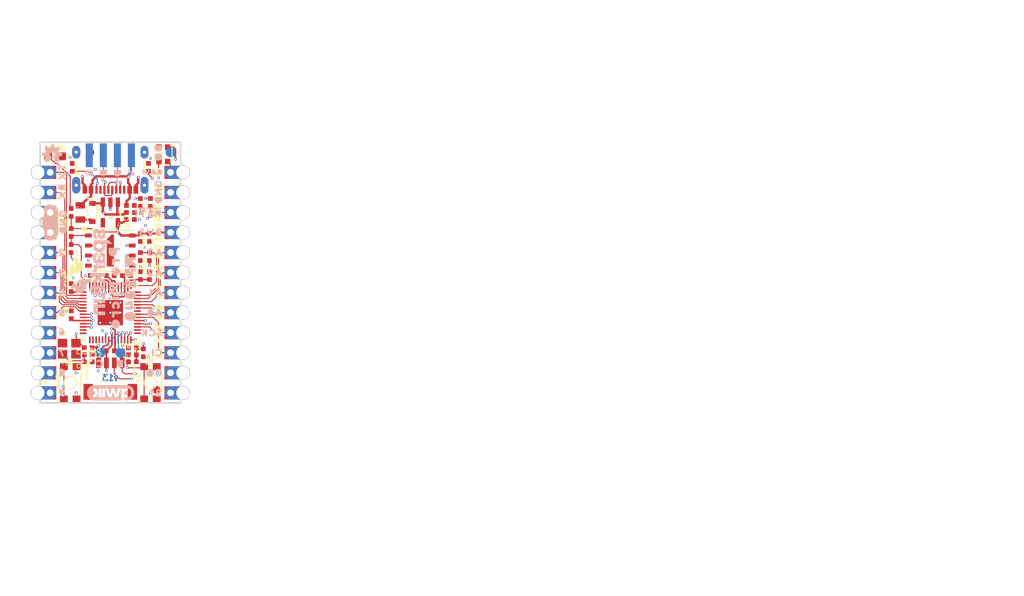
<source format=kicad_pcb>
(kicad_pcb (version 20211014) (generator pcbnew)
  (layers (0 "F.Cu" signal) (1 "In1.Cu" signal) (2 "In2.Cu" signal) (31 "B.Cu" signal) (34 "B.Paste" user) (35 "F.Paste" user) (36 "B.SilkS" user "B.Silkscreen") (37 "F.SilkS" user "F.Silkscreen") (38 "B.Mask" user) (39 "F.Mask" user) (44 "Edge.Cuts" user))
  (net 0 "")
  (net 1 "GND")
  (net 2 "N$38")
  (net 3 "RAW")
  (net 4 "A3")
  (net 5 "A2")
  (net 6 "A1")
  (net 7 "A0")
  (net 8 "1/RX0")
  (net 9 "USB_RAW")
  (net 10 "N$9")
  (net 11 "N$10")
  (net 12 "V_USB")
  (net 13 "3.3V")
  (net 14 "~{RESET}")
  (net 15 "SWDIO")
  (net 16 "SWDCK")
  (net 17 "22/SPI_SCK")
  (net 18 "23/SPI_COPI")
  (net 19 "8/TX1")
  (net 20 "5")
  (net 21 "4")
  (net 22 "9/RX1")
  (net 23 "6")
  (net 24 "7")
  (net 25 "20/SPI_CIPO")
  (net 26 "2")
  (net 27 "3")
  (net 28 "21/SPI_~{CS}")
  (net 29 "17/SCL")
  (net 30 "16/SDA")
  (net 31 "QSPI-CS")
  (net 32 "QSPI-CLK")
  (net 33 "QSPI-0")
  (net 34 "QSPI-3")
  (net 35 "X1A")
  (net 36 "X2")
  (net 37 "X1B")
  (net 38 "RP_D1-")
  (net 39 "RP_D1+")
  (net 40 "1.1V")
  (net 41 "ADC_VDD")
  (net 42 "QSPI-1")
  (net 43 "QSPI-2")
  (net 44 "0/TX0")
  (net 45 "RP_D+")
  (net 46 "RP_D-")
  (net 47 "BOOT")
  (net 48 "25/WS2812-DI")
  (net 49 "N$1")
  (footprint "boardEagle:0402-TIGHT" (layer "F.Cu") (at 143.5481 99.9236 90)
    (fp_text reference "R16")
    (fp_text value "10k")
  )
  (footprint "boardEagle:#RST#1" (layer "F.Cu") (at 154.5111 97.4136 90)
    (fp_text reference "U$68" hide)
    (fp_text value "" hide)
  )
  (footprint "boardEagle:JST04_1MM_RA" (layer "F.Cu") (at 148.5011 116.4336)
    (fp_text reference "J2")
    (fp_text value "Qwiic")
  )
  (footprint "boardEagle:A00" (layer "F.Cu") (at 154.5971 109.9566 90)
    (fp_text reference "U$1" hide)
    (fp_text value "" hide)
  )
  (footprint "boardEagle:QFN-56" (layer "F.Cu") (at 148.5011 110.0836)
    (fp_text reference "U2")
    (fp_text value "RP2040")
  )
  (footprint "boardEagle:SOT23-5" (layer "F.Cu") (at 148.5011 97.3836 180)
    (fp_text reference "U1")
    (fp_text value "3.3V")
  )
  (footprint "boardEagle:0402-TIGHT" (layer "F.Cu") (at 149.5171 114.9096)
    (fp_text reference "C18")
    (fp_text value "0.1uF")
  )
  (footprint "boardEagle:3V30" (layer "F.Cu") (at 154.5971 99.9236 90)
    (fp_text reference "U$69" hide)
    (fp_text value "" hide)
  )
  (footprint "boardEagle:0402-TIGHT" (layer "F.Cu") (at 151.2951 116.3066)
    (fp_text reference "R2")
    (fp_text value "10k")
  )
  (footprint "boardEagle:0402-TIGHT" (layer "F.Cu") (at 143.6751 91.6686 -90)
    (fp_text reference "R1")
    (fp_text value "5.1k")
  )
  (footprint "boardEagle:ORDERING_INSTRUCTIONS" (layer "F.Cu") (at 162.4711 70.7136)
    (fp_text reference "LOGO5" hide)
    (fp_text value "SPECIAL_INSTRUCTIONS-ORDERING" hide)
  )
  (footprint "boardEagle:0805" (layer "F.Cu") (at 144.6911 97.3836 -90)
    (fp_text reference "F1")
    (fp_text value "6V 0.5A")
  )
  (footprint "boardEagle:FIDUCIAL-1X2" (layer "F.Cu") (at 154.3431 119.8626)
    (fp_text reference "JP1" hide)
    (fp_text value "FIDUCIAL1X2" hide)
  )
  (footprint "boardEagle:0402-TIGHT" (layer "F.Cu") (at 153.3271 91.6686 -90)
    (fp_text reference "R3")
    (fp_text value "5.1k")
  )
  (footprint "boardEagle:WS2812-2020" (layer "F.Cu") (at 155.2111 90.0136 90)
    (fp_text reference "U3" hide)
    (fp_text value "WS2812-2020" hide)
  )
  (footprint "boardEagle:#0" (layer "F.Cu") (at 154.7111 92.3136)
    (fp_text reference "U$5" hide)
    (fp_text value "" hide)
  )
  (footprint "boardEagle:CI4" (layer "F.Cu") (at 154.5971 115.1636 90)
    (fp_text reference "U$64" hide)
    (fp_text value "" hide)
  )
  (footprint "boardEagle:20" (layer "F.Cu") (at 142.4051 102.5906 -90)
    (fp_text reference "U$53" hide)
    (fp_text value "" hide)
  )
  (footprint "boardEagle:CREATIVE_COMMONS" (layer "F.Cu") (at 154.8511 145.6436)
    (fp_text reference "FRAME2" hide)
    (fp_text value "FRAME-LEDGER" hide)
  )
  (footprint "boardEagle:0402-TIGHT" (layer "F.Cu") (at 152.6921 115.1636 -90)
    (fp_text reference "C15")
    (fp_text value "0.1uF")
  )
  (footprint "boardEagle:SOD-323" (layer "F.Cu") (at 146.2151 97.3836 -90)
    (fp_text reference "D2")
    (fp_text value "3A/10V/280mV")
  )
  (footprint "boardEagle:0402-TIGHT" (layer "F.Cu") (at 143.5481 110.3376 90)
    (fp_text reference "C9")
    (fp_text value "0.1uF")
  )
  (footprint "boardEagle:A32" (layer "F.Cu") (at 154.5971 102.3366 90)
    (fp_text reference "U$39" hide)
    (fp_text value "" hide)
  )
  (footprint "boardEagle:0402-TIGHT" (layer "F.Cu") (at 145.7071 115.4176)
    (fp_text reference "R10")
    (fp_text value "1k")
  )
  (footprint "boardEagle:TACTILE_SWITCH_SMD_4.6X2.8MM" (layer "F.Cu") (at 153.5811 118.9736 90)
    (fp_text reference "S1")
    (fp_text value "Reset")
  )
  (footprint "boardEagle:B0" (layer "F.Cu") (at 143.4719 116.3574)
    (fp_text reference "U$36" hide)
    (fp_text value "" hide)
  )
  (footprint "boardEagle:64" (layer "F.Cu") (at 142.4051 112.7506 -90)
    (fp_text reference "U$57" hide)
    (fp_text value "" hide)
  )
  (footprint "boardEagle:0402-TIGHT" (layer "F.Cu") (at 151.2951 114.5286)
    (fp_text reference "R5")
    (fp_text value "2.2k")
  )
  (footprint "boardEagle:SCK3" (layer "F.Cu") (at 154.5971 112.6236 90)
    (fp_text reference "U$67" hide)
    (fp_text value "" hide)
  )
  (footprint "boardEagle:0402-TIGHT" (layer "F.Cu") (at 145.7071 114.5286 180)
    (fp_text reference "C13")
    (fp_text value "15pF")
  )
  (footprint "boardEagle:LED-0603" (layer "F.Cu") (at 141.5161 90.2716)
    (fp_text reference "LED1")
    (fp_text value "RED")
  )
  (footprint "boardEagle:1X12_CASTELLATED" (layer "F.Cu") (at 140.8811 120.2436)
    (fp_text reference "J3")
    (fp_text value "")
  )
  (footprint "boardEagle:0402-TIGHT" (layer "F.Cu") (at 151.0411 96.4946 180)
    (fp_text reference "C6")
    (fp_text value "1.0uF")
  )
  (footprint "boardEagle:PWR0" (layer "F.Cu") (at 141.5111 89.2136)
    (fp_text reference "U$73" hide)
    (fp_text value "" hide)
  )
  (footprint "boardEagle:0402-TIGHT" (layer "F.Cu") (at 153.4541 102.9716 -90)
    (fp_text reference "R14")
    (fp_text value "200")
  )
  (footprint "boardEagle:USB-C-16P_4LAYER-PADS" (layer "F.Cu") (at 148.5011 94.8436 180)
    (fp_text reference "J5")
    (fp_text value "USB Female Type C Connector" hide)
  )
  (footprint "boardEagle:0402-TIGHT" (layer "F.Cu") (at 148.5011 105.3846)
    (fp_text reference "C21")
    (fp_text value "2.2uF")
  )
  (footprint "boardEagle:0402-TIGHT" (layer "F.Cu") (at 145.7071 116.3066 180)
    (fp_text reference "C11")
    (fp_text value "15pF")
  )
  (footprint "boardEagle:GND2" (layer "F.Cu") (at 142.4051 98.6536 -90)
    (fp_text reference "U$74" hide)
    (fp_text value "" hide)
  )
  (footprint "boardEagle:0402-TIGHT" (layer "F.Cu") (at 143.5481 106.9086 90)
    (fp_text reference "C16")
    (fp_text value "0.1uF")
  )
  (footprint "boardEagle:0402-TIGHT" (layer "F.Cu") (at 150.5331 105.3846)
    (fp_text reference "C20")
    (fp_text value "2.2uF")
  )
  (footprint "boardEagle:WSON-8-6X5-SKINNY_CENTERPAD" (layer "F.Cu") (at 148.5011 102.2096)
    (fp_text reference "U4")
    (fp_text value "W25QXX128MBIT")
  )
  (footprint "boardEagle:0402-TIGHT" (layer "F.Cu") (at 153.4541 100.5586 -90)
    (fp_text reference "C29")
    (fp_text value "0.1uF")
  )
  (footprint "boardEagle:A21" (layer "F.Cu") (at 154.5971 104.8766 90)
    (fp_text reference "U$33" hide)
    (fp_text value "" hide)
  )
  (footprint "boardEagle:R0" (layer "F.Cu") (at 153.6319 116.1034)
    (fp_text reference "U$37" hide)
    (fp_text value "" hide)
  )
  (footprint "boardEagle:0402-TIGHT" (layer "F.Cu") (at 151.0411 98.2726 180)
    (fp_text reference "C8")
    (fp_text value "10uF")
  )
  (footprint "boardEagle:42" (layer "F.Cu") (at 142.4051 107.6706 -90)
    (fp_text reference "U$55" hide)
    (fp_text value "" hide)
  )
  (footprint "boardEagle:0402-TIGHT" (layer "F.Cu") (at 153.5811 96.1136 -90)
    (fp_text reference "R12")
    (fp_text value "27")
  )
  (footprint "boardEagle:0402-TIGHT" (layer "F.Cu") (at 152.3111 100.5586 -90)
    (fp_text reference "C23")
    (fp_text value "2.2uF")
  )
  (footprint "boardEagle:1X12_CASTELLATED" (layer "F.Cu") (at 156.1211 92.3036 180)
    (fp_text reference "J4")
    (fp_text value "")
  )
  (footprint "boardEagle:0402-TIGHT" (layer "F.Cu") (at 152.3111 102.9716 -90)
    (fp_text reference "C22")
    (fp_text value "2.2uF")
  )
  (footprint "boardEagle:TACTILE_SWITCH_SMD_4.6X2.8MM" (layer "F.Cu") (at 143.4211 118.9736 90)
    (fp_text reference "S2")
    (fp_text value "Boot")
  )
  (footprint "boardEagle:RX1" (layer "F.Cu") (at 142.4051 94.8436 -90)
    (fp_text reference "U$75" hide)
    (fp_text value "" hide)
  )
  (footprint "boardEagle:TX0" (layer "F.Cu") (at 142.4051 92.3036 -90)
    (fp_text reference "U$76" hide)
    (fp_text value "" hide)
  )
  (footprint "boardEagle:GND_0" (layer "F.Cu") (at 154.5971 94.7166 90)
    (fp_text reference "U$2" hide)
    (fp_text value "" hide)
  )
  (footprint "boardEagle:0402-TIGHT" (layer "F.Cu") (at 143.5481 97.3836 -90)
    (fp_text reference "R11")
    (fp_text value "1k")
  )
  (footprint "boardEagle:0402-TIGHT" (layer "F.Cu") (at 146.4691 105.3846 180)
    (fp_text reference "C19")
    (fp_text value "0.1uF")
  )
  (footprint "boardEagle:0402-TIGHT" (layer "F.Cu") (at 151.0411 97.3836 180)
    (fp_text reference "C7")
    (fp_text value "10uF")
  )
  (footprint "boardEagle:0402-TIGHT" (layer "F.Cu") (at 153.4541 105.3846 90)
    (fp_text reference "C17")
    (fp_text value "0.1uF")
  )
  (footprint "boardEagle:A10" (layer "F.Cu") (at 154.5971 107.4166 90)
    (fp_text reference "U$20" hide)
    (fp_text value "" hide)
  )
  (footprint "boardEagle:53" (layer "F.Cu") (at 142.4051 110.2106 -90)
    (fp_text reference "U$56" hide)
    (fp_text value "" hide)
  )
  (footprint "boardEagle:31" (layer "F.Cu") (at 142.4051 105.1306 -90)
    (fp_text reference "U$54" hide)
    (fp_text value "" hide)
  )
  (footprint "boardEagle:SFE_LOGO_FLAME_.1" (layer "F.Cu") (at 144.1831 104.3686)
    (fp_text reference "LOGO4" hide)
    (fp_text value "SFE_LOGO_FLAME.1_INCH" hide)
  )
  (footprint "boardEagle:0402-TIGHT" (layer "F.Cu") (at 152.3111 105.3846 90)
    (fp_text reference "C14")
    (fp_text value "0.1uF")
  )
  (footprint "boardEagle:0402-TIGHT" (layer "F.Cu") (at 152.3111 96.1136 -90)
    (fp_text reference "R13")
    (fp_text value "27")
  )
  (footprint "boardEagle:0402-TIGHT" (layer "F.Cu") (at 151.2951 115.4176)
    (fp_text reference "R7")
    (fp_text value "2.2k")
  )
  (footprint "boardEagle:FIDUCIAL-1X2" (layer "F.Cu") (at 145.9611 89.7636)
    (fp_text reference "JP2" hide)
    (fp_text value "FIDUCIAL1X2" hide)
  )
  (footprint "boardEagle:0402-TIGHT" (layer "F.Cu") (at 143.5481 101.9556 -90)
    (fp_text reference "R15")
    (fp_text value "1k")
  )
  (footprint "boardEagle:0402-TIGHT" (layer "F.Cu") (at 147.4851 114.9096 180)
    (fp_text reference "C12")
    (fp_text value "0.1uF")
  )
  (footprint "boardEagle:CRYSTAL-SMD-2X2.5MM" (layer "F.Cu") (at 143.2941 114.6556 180)
    (fp_text reference "Y1")
    (fp_text value "12MHz")
  )
  (footprint "boardEagle:31" (layer "B.Cu") (at 142.2781 105.0036 180)
    (fp_text reference "U$24" hide)
    (fp_text value "" hide)
  )
  (footprint "boardEagle:A10" (layer "B.Cu") (at 154.2161 107.5436 180)
    (fp_text reference "U$12" hide)
    (fp_text value "" hide)
  )
  (footprint "boardEagle:210" (layer "B.Cu") (at 154.2161 120.2436 180)
    (fp_text reference "U$32" hide)
    (fp_text value "" hide)
  )
  (footprint "boardEagle:TX0" (layer "B.Cu") (at 142.4051 92.3036 -90)
    (fp_text reference "U$19" hide)
    (fp_text value "" hide)
  )
  (footprint "boardEagle:PAD.03X.05" (layer "B.Cu") (at 149.7711 115.1636 180)
    (fp_text reference "TP2" hide)
    (fp_text value "" hide)
  )
  (footprint "boardEagle:81" (layer "B.Cu") (at 142.2781 117.7036 180)
    (fp_text reference "U$7" hide)
    (fp_text value "" hide)
  )
  (footprint "boardEagle:V3" (layer "B.Cu") (at 151.1681 92.5576 -90)
    (fp_text reference "U$31" hide)
    (fp_text value "" hide)
  )
  (footprint "boardEagle:CI4" (layer "B.Cu") (at 154.3431 115.1636 180)
    (fp_text reference "U$9" hide)
    (fp_text value "" hide)
  )
  (footprint "boardEagle:GND2" (layer "B.Cu") (at 142.5321 98.6536 -90)
    (fp_text reference "U$22" hide)
    (fp_text value "" hide)
  )
  (footprint "boardEagle:D1" (layer "B.Cu") (at 149.6441 116.5606 180)
    (fp_text reference "U$35" hide)
    (fp_text value "" hide)
  )
  (footprint "boardEagle:SCK3" (layer "B.Cu") (at 153.7081 112.6236 180)
    (fp_text reference "U$10" hide)
    (fp_text value "" hide)
  )
  (footprint "boardEagle:PAD.03X.05" (layer "B.Cu") (at 156.1211 89.7636 180)
    (fp_text reference "TP3" hide)
    (fp_text value "" hide)
  )
  (footprint "boardEagle:D#1" (layer "B.Cu") (at 147.6121 92.8116 -90)
    (fp_text reference "U$28" hide)
    (fp_text value "" hide)
  )
  (footprint "boardEagle:92" (layer "B.Cu") (at 142.2781 120.2436 180)
    (fp_text reference "U$8" hide)
    (fp_text value "" hide)
  )
  (footprint "boardEagle:SFE_LOGO_NAME_FLAME_.1" (layer "B.Cu") (at 147.2311 105.0036 -90)
    (fp_text reference "LOGO1" hide)
    (fp_text value "SFE_LOGO_NAME_FLAME.1_INCH" hide)
  )
  (footprint "boardEagle:RP20401" (layer "B.Cu") (at 151.0411 107.1626 -90)
    (fp_text reference "U$38" hide)
    (fp_text value "" hide)
  )
  (footprint "boardEagle:20" (layer "B.Cu") (at 142.2781 102.4636 180)
    (fp_text reference "U$23" hide)
    (fp_text value "" hide)
  )
  (footprint "boardEagle:CO5" (layer "B.Cu") (at 153.9621 117.7036 180)
    (fp_text reference "U$66" hide)
    (fp_text value "" hide)
  )
  (footprint "boardEagle:42" (layer "B.Cu") (at 142.2781 107.5436 180)
    (fp_text reference "U$25" hide)
    (fp_text value "" hide)
  )
  (footprint "boardEagle:USB-SOLDER-PADS" (layer "B.Cu") (at 148.5011 90.1446 90)
    (fp_text reference "JP14" hide)
    (fp_text value "USB_SOLDER_PADS" hide)
  )
  (footprint "boardEagle:64" (layer "B.Cu") (at 142.2781 112.4966 180)
    (fp_text reference "U$27" hide)
    (fp_text value "" hide)
  )
  (footprint "boardEagle:OSHW-LOGO-MINI" (layer "B.Cu") (at 141.1351 90.0176 180)
    (fp_text reference "U$3" hide)
    (fp_text value "OSHW-LOGOMINI" hide)
  )
  (footprint "boardEagle:53" (layer "B.Cu") (at 142.2781 110.0836 180)
    (fp_text reference "U$26" hide)
    (fp_text value "" hide)
  )
  (footprint "boardEagle:PRO_MICRO0" (layer "B.Cu") (at 149.0091 107.0356 -90)
    (fp_text reference "U$4" hide)
    (fp_text value "" hide)
  )
  (footprint "boardEagle:#RST#0" (layer "B.Cu") (at 153.4541 97.3836 180)
    (fp_text reference "U$34" hide)
    (fp_text value "" hide)
  )
  (footprint "boardEagle:PAD.03X.05" (layer "B.Cu") (at 147.2311 115.1636 180)
    (fp_text reference "TP1" hide)
    (fp_text value "" hide)
  )
  (footprint "boardEagle:C0" (layer "B.Cu") (at 147.1041 116.5606 180)
    (fp_text reference "U$18" hide)
    (fp_text value "" hide)
  )
  (footprint "boardEagle:D#2" (layer "B.Cu") (at 149.3901 92.8116 -90)
    (fp_text reference "U$29" hide)
    (fp_text value "" hide)
  )
  (footprint "boardEagle:QWIIC_6MM" (layer "B.Cu") (at 148.5011 120.2436 180)
    (fp_text reference "LOGO3" hide)
    (fp_text value "QWIIC_LOGO_6MM" hide)
  )
  (footprint "boardEagle:A00" (layer "B.Cu") (at 154.0891 110.0836 180)
    (fp_text reference "U$11" hide)
    (fp_text value "" hide)
  )
  (footprint "boardEagle:A21" (layer "B.Cu") (at 154.0891 105.0036 180)
    (fp_text reference "U$13" hide)
    (fp_text value "" hide)
  )
  (footprint "boardEagle:RX1" (layer "B.Cu") (at 142.4051 94.8436 -90)
    (fp_text reference "U$21" hide)
    (fp_text value "" hide)
  )
  (footprint "boardEagle:RAW0" (layer "B.Cu") (at 153.7081 92.3036 180)
    (fp_text reference "U$17" hide)
    (fp_text value "" hide)
  )
  (footprint "boardEagle:70" (layer "B.Cu") (at 142.2781 115.1636 180)
    (fp_text reference "U$6" hide)
    (fp_text value "" hide)
  )
  (footprint "boardEagle:GND2" (layer "B.Cu") (at 154.5971 94.8436 -90)
    (fp_text reference "U$15" hide)
    (fp_text value "" hide)
  )
  (footprint "boardEagle:3V3_0" (layer "B.Cu") (at 153.3271 99.9236 180)
    (fp_text reference "U$16" hide)
    (fp_text value "" hide)
  )
  (footprint "boardEagle:DO0" (layer "B.Cu") (at 154.5971 89.8906 -90)
    (fp_text reference "U$40" hide)
    (fp_text value "" hide)
  )
  (footprint "boardEagle:G0" (layer "B.Cu") (at 145.8341 92.4306 -90)
    (fp_text reference "U$30" hide)
    (fp_text value "" hide)
  )
  (footprint "boardEagle:A32" (layer "B.Cu") (at 154.0891 102.4636 180)
    (fp_text reference "U$14" hide)
    (fp_text value "" hide)
  )
  (gr_line (start 140.8811 97.3836) (end 140.8811 99.9236) (layer "B.SilkS") (width 2.032))
  (gr_line (start 140.8811 97.3836) (end 140.8811 99.9236) (layer "F.SilkS") (width 2.032))
  (gr_line (start 139.6111 121.5136) (end 157.3911 121.5136) (layer "Edge.Cuts") (width 0.2032))
  (gr_line (start 157.3911 88.4936) (end 139.6111 88.4936) (layer "Edge.Cuts") (width 0.2032))
  (gr_line (start 139.6111 88.4936) (end 139.6111 121.5136) (layer "Edge.Cuts") (width 0.2032))
  (gr_line (start 157.3911 121.5136) (end 157.3911 88.4936) (layer "Edge.Cuts") (width 0.2032))
  (gr_text "v13" (at 148.5011 118.3386) (layer "B.Cu") (effects (font (size 0.762 0.762) (thickness 0.254)) (justify mirror)))
  (segment (start 144.9813 93.659475) (end 144.9813 92.8478) (width 0.3048) (layer "F.Cu") (net 1))
  (segment (start 145.2761 93.954275) (end 144.9813 93.659475) (width 0.3048) (layer "F.Cu") (net 1))
  (segment (start 145.2761 94.5036) (end 145.2761 93.954275) (width 0.3048) (layer "F.Cu") (net 1))
  (segment (start 151.7261 93.954275) (end 152.0209 93.659475) (width 0.3048) (layer "F.Cu") (net 1))
  (segment (start 146.2071 114.5286) (end 146.7231 114.5286) (width 0.3048) (layer "F.Cu") (net 1))
  (segment (start 152.0209 92.9748) (end 152.0571 92.9386) (width 0.3048) (layer "F.Cu") (net 1))
  (segment (start 148.5011 96.0835) (end 148.5011 97.0026) (width 0.3048) (layer "F.Cu") (net 1))
  (segment (start 146.7231 114.5286) (end 146.9771 114.2746) (width 0.3048) (layer "F.Cu") (net 1))
  (segment (start 151.7261 94.5036) (end 151.7261 93.954275) (width 0.3048) (layer "F.Cu") (net 1))
  (segment (start 144.9813 92.8478) (end 144.9451 92.8116) (width 0.3048) (layer "F.Cu") (net 1))
  (segment (start 152.0209 93.659475) (end 152.0209 92.9748) (width 0.3048) (layer "F.Cu") (net 1))
  (via (at 145.7071 103.4796) (size 0.3524) (drill 0.2) (layers "F.Cu" "B.Cu") (net 1))
  (via (at 153.5811 120.2436) (size 0.3524) (drill 0.2) (layers "F.Cu" "B.Cu") (net 1))
  (via (at 154.4701 117.7036) (size 0.3524) (drill 0.2) (layers "F.Cu" "B.Cu") (net 1))
  (via (at 152.0571 92.9386) (size 0.3524) (drill 0.2) (layers "F.Cu" "B.Cu") (net 1))
  (via (at 146.9771 117.4496) (size 0.3524) (drill 0.2) (layers "F.Cu" "B.Cu") (net 1))
  (via (at 148.5011 111.3536) (size 0.3524) (drill 0.2) (layers "F.Cu" "B.Cu") (net 1))
  (via (at 144.1831 117.7036) (size 0.3524) (drill 0.2) (layers "F.Cu" "B.Cu") (net 1))
  (via (at 152.9461 101.8286) (size 0.3524) (drill 0.2) (layers "F.Cu" "B.Cu") (net 1))
  (via (at 147.4851 112.3696) (size 0.3524) (drill 0.2) (layers "F.Cu" "B.Cu") (net 1))
  (via (at 153.5811 90.5256) (size 0.3524) (drill 0.2) (layers "F.Cu" "B.Cu") (net 1))
  (via (at 152.1841 98.2726) (size 0.3524) (drill 0.2) (layers "F.Cu" "B.Cu") (net 1))
  (via (at 147.2311 111.3536) (size 0.3524) (drill 0.2) (layers "F.Cu" "B.Cu") (net 1))
  (via (at 150.0251 114.2746) (size 0.3524) (drill 0.2) (layers "F.Cu" "B.Cu") (net 1))
  (via (at 147.2311 110.0836) (size 0.3524) (drill 0.2) (layers "F.Cu" "B.Cu") (net 1))
  (via (at 144.1831 120.2436) (size 0.3524) (drill 0.2) (layers "F.Cu" "B.Cu") (net 1))
  (via (at 146.5961 91.9226) (size 0.3524) (drill 0.2) (layers "F.Cu" "B.Cu") (net 1))
  (via (at 152.3111 104.2416) (size 0.3524) (drill 0.2) (layers "F.Cu" "B.Cu") (net 1))
  (via (at 144.9451 92.8116) (size 0.3524) (drill 0.2) (layers "F.Cu" "B.Cu") (net 1))
  (via (at 153.3271 115.6716) (size 0.3524) (drill 0.2) (layers "F.Cu" "B.Cu") (net 1))
  (via (at 148.5011 97.0026) (size 0.3524) (drill 0.2) (layers "F.Cu" "B.Cu") (net 1))
  (via (at 143.8021 105.6386) (size 0.3524) (drill 0.2) (layers "F.Cu" "B.Cu") (net 1))
  (via (at 148.5011 110.0836) (size 0.3524) (drill 0.2) (layers "F.Cu" "B.Cu") (net 1))
  (via (at 147.2311 108.8136) (size 0.3524) (drill 0.2) (layers "F.Cu" "B.Cu") (net 1))
  (via (at 148.5011 108.8136) (size 0.3524) (drill 0.2) (layers "F.Cu" "B.Cu") (net 1))
  (via (at 145.3261 105.3846) (size 0.3524) (drill 0.2) (layers "F.Cu" "B.Cu") (net 1))
  (via (at 149.7711 110.0836) (size 0.3524) (drill 0.2) (layers "F.Cu" "B.Cu") (net 1))
  (via (at 149.0091 104.6226) (size 0.3524) (drill 0.2) (layers "F.Cu" "B.Cu") (net 1))
  (via (at 151.0411 104.7496) (size 0.3524) (drill 0.2) (layers "F.Cu" "B.Cu") (net 1))
  (via (at 152.9461 99.0346) (size 0.3524) (drill 0.2) (layers "F.Cu" "B.Cu") (net 1))
  (via (at 146.9771 114.2746) (size 0.3524) (drill 0.2) (layers "F.Cu" "B.Cu") (net 1))
  (via (at 142.9131 109.8296) (size 0.3524) (drill 0.2) (layers "F.Cu" "B.Cu") (net 1))
  (via (at 149.7711 108.8136) (size 0.3524) (drill 0.2) (layers "F.Cu" "B.Cu") (net 1))
  (via (at 143.4211 90.3986) (size 0.3524) (drill 0.2) (layers "F.Cu" "B.Cu") (net 1))
  (segment (start 140.6391 90.2716) (end 141.5281 91.1606) (width 0.127) (layer "F.Cu") (net 2))
  (segment (start 141.7701 91.1606) (end 143.4211 92.8116) (width 0.127) (layer "F.Cu") (net 2))
  (segment (start 141.5281 91.1606) (end 141.7701 91.1606) (width 0.127) (layer "F.Cu") (net 2))
  (segment (start 143.5481 96.8836) (end 143.4211 96.7566) (width 0.127) (layer "F.Cu") (net 2))
  (segment (start 143.4211 92.8116) (end 143.4211 96.7566) (width 0.127) (layer "F.Cu") (net 2))
  (segment (start 149.4511 96.0835) (end 149.3901 96.1445) (width 0.3048) (layer "F.Cu") (net 3))
  (segment (start 150.5411 97.3836) (end 150.4141 97.3836) (width 0.3048) (layer "F.Cu") (net 3))
  (segment (start 147.401 96.2336) (end 147.5511 96.0835) (width 0.3048) (layer "F.Cu") (net 3))
  (segment (start 149.3901 96.1445) (end 149.3901 97.6376) (width 0.3048) (layer "F.Cu") (net 3))
  (segment (start 150.4141 97.3836) (end 150.1601 97.6376) (width 0.3048) (layer "F.Cu") (net 3))
  (segment (start 156.1211 91.2886) (end 156.1211 92.3036) (width 0.127) (layer "F.Cu") (net 3))
  (segment (start 157.6911 92.3036) (end 156.1211 92.3036) (width 0.127) (layer "F.Cu") (net 3))
  (segment (start 150.1601 97.6376) (end 149.3901 97.6376) (width 0.3048) (layer "F.Cu") (net 3))
  (segment (start 147.6756 97.4471) (end 147.5511 97.3226) (width 0.3048) (layer "F.Cu") (net 3))
  (segment (start 155.7611 90.9286) (end 156.1211 91.2886) (width 0.127) (layer "F.Cu") (net 3))
  (segment (start 147.5511 97.3226) (end 147.5511 96.0835) (width 0.3048) (layer "F.Cu") (net 3))
  (segment (start 147.8661 97.6376) (end 147.6756 97.4471) (width 0.3048) (layer "F.Cu") (net 3))
  (segment (start 146.2151 96.2336) (end 147.401 96.2336) (width 0.3048) (layer "F.Cu") (net 3))
  (segment (start 149.3901 97.6376) (end 147.8661 97.6376) (width 0.3048) (layer "F.Cu") (net 3))
  (via (at 147.6756 97.4471) (size 0.3524) (drill 0.2) (layers "F.Cu" "B.Cu") (net 3))
  (segment (start 153.3681 107.8836) (end 154.5971 106.6546) (width 0.127) (layer "F.Cu") (net 4))
  (segment (start 155.1051 102.4636) (end 156.1211 102.4636) (width 0.127) (layer "F.Cu") (net 4))
  (segment (start 154.5971 102.9716) (end 155.1051 102.4636) (width 0.127) (layer "F.Cu") (net 4))
  (segment (start 151.9376 107.8836) (end 153.3681 107.8836) (width 0.127) (layer "F.Cu") (net 4))
  (segment (start 157.6911 102.4636) (end 156.1211 102.4636) (width 0.127) (layer "F.Cu") (net 4))
  (segment (start 154.5971 106.6546) (end 154.5971 102.9716) (width 0.127) (layer "F.Cu") (net 4))
  (segment (start 155.2321 105.0036) (end 156.1211 105.0036) (width 0.127) (layer "F.Cu") (net 5))
  (segment (start 157.6911 105.0036) (end 156.1211 105.0036) (width 0.127) (layer "F.Cu") (net 5))
  (segment (start 154.8257 106.749294) (end 154.8257 105.41) (width 0.127) (layer "F.Cu") (net 5))
  (segment (start 154.8257 105.41) (end 155.2321 105.0036) (width 0.127) (layer "F.Cu") (net 5))
  (segment (start 153.291393 108.2836) (end 154.8257 106.749294) (width 0.127) (layer "F.Cu") (net 5))
  (segment (start 151.9376 108.2836) (end 153.291393 108.2836) (width 0.127) (layer "F.Cu") (net 5))
  (segment (start 151.9376 108.6836) (end 153.7111 108.6836) (width 0.127) (layer "F.Cu") (net 6))
  (segment (start 154.8511 107.5436) (end 156.1211 107.5436) (width 0.127) (layer "F.Cu") (net 6))
  (segment (start 153.7111 108.6836) (end 154.8511 107.5436) (width 0.127) (layer "F.Cu") (net 6))
  (segment (start 157.6911 107.5436) (end 156.1211 107.5436) (width 0.127) (layer "F.Cu") (net 6))
  (segment (start 153.8511 109.0836) (end 154.8511 110.0836) (width 0.127) (layer "F.Cu") (net 7))
  (segment (start 151.9376 109.0836) (end 153.8511 109.0836) (width 0.127) (layer "F.Cu") (net 7))
  (segment (start 154.8511 110.0836) (end 156.1211 110.0836) (width 0.127) (layer "F.Cu") (net 7))
  (segment (start 157.6911 110.0836) (end 156.1211 110.0836) (width 0.127) (layer "F.Cu") (net 7))
  (segment (start 142.7274 95.4199) (end 142.1511 94.8436) (width 0.127) (layer "F.Cu") (net 8))
  (segment (start 142.1511 94.8436) (end 140.8811 94.8436) (width 0.127) (layer "F.Cu") (net 8))
  (segment (start 143.139318 108.2836) (end 142.7274 107.871682) (width 0.127) (layer "F.Cu") (net 8))
  (segment (start 142.7274 107.871682) (end 142.7274 95.4199) (width 0.127) (layer "F.Cu") (net 8))
  (segment (start 145.0646 108.2836) (end 143.139318 108.2836) (width 0.127) (layer "F.Cu") (net 8))
  (segment (start 145.9651 98.2836) (end 146.2151 98.5336) (width 0.3048) (layer "F.Cu") (net 9))
  (segment (start 144.6911 98.2836) (end 145.9651 98.2836) (width 0.3048) (layer "F.Cu") (net 9))
  (segment (start 149.7511 93.5936) (end 149.7711 93.5736) (width 0.127) (layer "F.Cu") (net 10))
  (segment (start 149.7511 94.5036) (end 149.7511 93.5936) (width 0.127) (layer "F.Cu") (net 10))
  (segment (start 153.3271 92.5576) (end 153.3271 92.1686) (width 0.127) (layer "F.Cu") (net 10))
  (segment (start 153.8351 93.0656) (end 153.3271 92.5576) (width 0.127) (layer "F.Cu") (net 10))
  (via (at 153.8351 93.0656) (size 0.3524) (drill 0.2) (layers "F.Cu" "B.Cu") (net 10))
  (via (at 149.7711 93.5736) (size 0.3524) (drill 0.2) (layers "F.Cu" "B.Cu") (net 10))
  (segment (start 146.7511 94.5036) (end 146.7511 93.7996) (width 0.127) (layer "F.Cu") (net 11))
  (segment (start 143.6751 92.1686) (end 145.8261 92.1686) (width 0.127) (layer "F.Cu") (net 11))
  (segment (start 146.7511 93.7996) (end 146.8501 93.7006) (width 0.127) (layer "F.Cu") (net 11))
  (segment (start 145.8261 92.1686) (end 145.8341 92.1766) (width 0.127) (layer "F.Cu") (net 11))
  (via (at 145.8341 92.1766) (size 0.3524) (drill 0.2) (layers "F.Cu" "B.Cu") (net 11))
  (via (at 146.8501 93.7006) (size 0.3524) (drill 0.2) (layers "F.Cu" "B.Cu") (net 11))
  (segment (start 146.8501 93.1926) (end 145.8341 92.1766) (width 0.127) (layer "B.Cu") (net 11))
  (segment (start 146.8501 93.7006) (end 146.8501 93.1926) (width 0.127) (layer "B.Cu") (net 11))
  (segment (start 146.0511 94.5036) (end 146.0511 95.3714) (width 0.3048) (layer "F.Cu") (net 12))
  (segment (start 145.663325 95.5884) (end 144.768125 96.4836) (width 0.3048) (layer "F.Cu") (net 12))
  (segment (start 146.7231 92.8116) (end 146.2409 93.2938) (width 0.3048) (layer "F.Cu") (net 12))
  (segment (start 146.2409 93.659475) (end 146.0511 93.849275) (width 0.3048) (layer "F.Cu") (net 12))
  (segment (start 150.9511 95.5686) (end 150.9511 94.5036) (width 0.3048) (layer "F.Cu") (net 12))
  (segment (start 150.9511 94.5036) (end 150.9511 93.849275) (width 0.3048) (layer "F.Cu") (net 12))
  (segment (start 150.6601 92.8116) (end 146.7231 92.8116) (width 0.3048) (layer "F.Cu") (net 12))
  (segment (start 150.5411 95.9786) (end 150.9511 95.5686) (width 0.3048) (layer "F.Cu") (net 12))
  (segment (start 146.2409 93.2938) (end 146.2409 93.659475) (width 0.3048) (layer "F.Cu") (net 12))
  (segment (start 150.5411 96.4946) (end 150.5411 95.9786) (width 0.3048) (layer "F.Cu") (net 12))
  (segment (start 150.7613 92.9128) (end 150.6601 92.8116) (width 0.3048) (layer "F.Cu") (net 12))
  (segment (start 150.9511 93.849275) (end 150.7613 93.659475) (width 0.3048) (layer "F.Cu") (net 12))
  (segment (start 150.7613 93.659475) (end 150.7613 92.9128) (width 0.3048) (layer "F.Cu") (net 12))
  (segment (start 146.0511 93.849275) (end 146.0511 94.5036) (width 0.3048) (layer "F.Cu") (net 12))
  (segment (start 145.8341 95.5884) (end 145.663325 95.5884) (width 0.3048) (layer "F.Cu") (net 12))
  (segment (start 144.768125 96.4836) (end 144.6911 96.4836) (width 0.3048) (layer "F.Cu") (net 12))
  (segment (start 146.0511 95.3714) (end 145.8341 95.5884) (width 0.3048) (layer "F.Cu") (net 12))
  (via (at 150.7613 92.9128) (size 0.3524) (drill 0.2) (layers "F.Cu" "B.Cu") (net 12))
  (segment (start 151.1046 92.308119) (end 150.7613 92.651419) (width 0.3048) (layer "B.Cu") (net 12))
  (segment (start 151.1046 90.2081) (end 151.1046 92.308119) (width 0.3048) (layer "B.Cu") (net 12))
  (segment (start 151.1681 90.1446) (end 151.1046 90.2081) (width 0.3048) (layer "B.Cu") (net 12))
  (segment (start 150.7613 92.651419) (end 150.7613 92.9128) (width 0.3048) (layer "B.Cu") (net 12))
  (segment (start 149.1011 106.6471) (end 149.1011 106.1466) (width 0.2032) (layer "F.Cu") (net 13))
  (segment (start 153.4541 105.8846) (end 152.3111 105.8846) (width 0.2032) (layer "F.Cu") (net 13))
  (segment (start 148.7011 113.5201) (end 148.7011 114.1936) (width 0.2032) (layer "F.Cu") (net 13))
  (segment (start 143.5481 97.8836) (end 143.5481 99.4236) (width 0.127) (layer "F.Cu") (net 13))
  (segment (start 144.4371 106.2736) (end 144.4371 107.4836) (width 0.2032) (layer "F.Cu") (net 13))
  (segment (start 148.0011 117.4416) (end 147.9931 117.4496) (width 0.127) (layer "F.Cu") (net 13))
  (segment (start 148.7011 106.6471) (end 148.7011 106.045088) (width 0.2032) (layer "F.Cu") (net 13))
  (segment (start 152.6921 114.6636) (end 152.6921 114.0206) (width 0.2032) (layer "F.Cu") (net 13))
  (segment (start 151.9301 114.6636) (end 152.6921 114.6636) (width 0.2032) (layer "F.Cu") (net 13))
  (segment (start 146.311156 111.0836) (end 146.322156 111.0726) (width 0.127) (layer "F.Cu") (net 13))
  (segment (start 151.9376 107.4836) (end 150.8471 107.4836) (width 0.2032) (layer "F.Cu") (net 13))
  (segment (start 150.4972 98.2726) (end 150.0861 98.6837) (width 0.3048) (layer "F.Cu") (net 13))
  (segment (start 143.6231 107.4836) (end 143.5481 107.4086) (width 0.127) (layer "F.Cu") (net 13))
  (segment (start 148.999587 106.045088) (end 148.7011 106.045088) (width 0.2032) (layer "F.Cu") (net 13))
  (segment (start 151.9376 111.0836) (end 152.9301 111.0836) (width 0.2032) (layer "F.Cu") (net 13))
  (segment (start 151.7951 115.4176) (end 151.7951 116.3066) (width 0.2032) (layer "F.Cu") (net 13))
  (segment (start 144.4371 107.4836) (end 143.6231 107.4836) (width 0.2032) (layer "F.Cu") (net 13))
  (segment (start 145.0646 111.0836) (end 146.311156 111.0836) (width 0.2032) (layer "F.Cu") (net 13))
  (segment (start 150.7011 106.172544) (end 150.7011 106.6471) (width 0.2032) (layer "F.Cu") (net 13))
  (segment (start 157.6911 99.9236) (end 156.1211 99.9236) (width 0.127) (layer "F.Cu") (net 13))
  (segment (start 145.0646 107.4836) (end 144.4371 107.4836) (width 0.2032) (layer "F.Cu") (net 13))
  (segment (start 151.7951 114.5286) (end 151.9301 114.6636) (width 0.127) (layer "F.Cu") (net 13))
  (segment (start 151.7951 115.4176) (end 151.7951 114.5286) (width 0.2032) (layer "F.Cu") (net 13))
  (segment (start 150.7011 106.6471) (end 150.7011 107.4576) (width 0.2032) (layer "F.Cu") (net 13))
  (segment (start 146.0961 99.4236) (end 146.5301 99.8576) (width 0.127) (layer "F.Cu") (net 13))
  (segment (start 145.0646 111.0836) (end 143.7941 111.0836) (width 0.2032) (layer "F.Cu") (net 13))
  (segment (start 148.7011 112.6966) (end 148.6281 112.6236) (width 0.2032) (layer "F.Cu") (net 13))
  (segment (start 143.5481 99.4236) (end 146.0961 99.4236) (width 0.127) (layer "F.Cu") (net 13))
  (segment (start 151.2761 100.3046) (end 152.0651 100.3046) (width 0.254) (layer "F.Cu") (net 13))
  (segment (start 150.4972 98.2726) (end 150.5411 98.2726) (width 0.127) (layer "F.Cu") (net 13))
  (segment (start 149.8981 100.3046) (end 149.4511 99.8576) (width 0.3048) (layer "F.Cu") (net 13))
  (segment (start 149.4511 98.6837) (end 150.0861 98.6837) (width 0.3048) (layer "F.Cu") (net 13))
  (segment (start 148.7011 114.1936) (end 147.9851 114.9096) (width 0.2032) (layer "F.Cu") (net 13))
  (segment (start 151.2761 100.3046) (end 149.8981 100.3046) (width 0.3048) (layer "F.Cu") (net 13))
  (segment (start 148.040612 105.3846) (end 148.0011 105.3846) (width 0.127) (layer "F.Cu") (net 13))
  (segment (start 152.3111 100.0586) (end 153.4541 100.0586) (width 0.254) (layer "F.Cu") (net 13))
  (segment (start 148.7011 106.045088) (end 148.040612 105.3846) (width 0.2032) (layer "F.Cu") (net 13))
  (segment (start 148.7011 113.5201) (end 148.7011 112.6966) (width 0.2032) (layer "F.Cu") (net 13))
  (segment (start 151.655487 105.9767) (end 151.747587 105.8846) (width 0.2032) (layer "F.Cu") (net 13))
  (segment (start 150.896943 105.9767) (end 151.655487 105.9767) (width 0.2032) (layer "F.Cu") (net 13))
  (segment (start 153.4541 103.4716) (end 153.4541 104.1146) (width 0.2032) (layer "F.Cu") (net 13))
  (segment (start 150.7011 106.172544) (end 150.896943 105.9767) (width 0.2032) (layer "F.Cu") (net 13))
  (segment (start 149.1011 106.1466) (end 148.999587 106.045088) (width 0.2032) (layer "F.Cu") (net 13))
  (segment (start 151.747587 105.8846) (end 152.3111 105.8846) (width 0.2032) (layer "F.Cu") (net 13))
  (segment (start 154.4621 100.0586) (end 154.5971 99.9236) (width 0.254) (layer "F.Cu") (net 13))
  (segment (start 152.9301 111.0836) (end 152.9461 111.0996) (width 0.2032) (layer "F.Cu") (net 13))
  (segment (start 150.8471 107.4836) (end 150.7871 107.5436) (width 0.2032) (layer "F.Cu") (net 13))
  (segment (start 143.7941 111.0836) (end 143.5481 110.8376) (width 0.2032) (layer "F.Cu") (net 13))
  (segment (start 148.0011 116.4336) (end 147.9851 116.4176) (width 0.127) (layer "F.Cu") (net 13))
  (segment (start 149.1011 106.6471) (end 149.1011 107.6326) (width 0.2032) (layer "F.Cu") (net 13))
  (segment (start 147.9851 116.4176) (end 147.9851 114.9096) (width 0.2032) (layer "F.Cu") (net 13))
  (segment (start 146.5301 99.8576) (end 149.4511 99.8576) (width 0.127) (layer "F.Cu") (net 13))
  (segment (start 152.0651 100.3046) (end 152.3111 100.0586) (width 0.254) (layer "F.Cu") (net 13))
  (segment (start 154.5971 99.9236) (end 156.1211 99.9236) (width 0.254) (layer "F.Cu") (net 13))
  (segment (start 153.4541 100.0586) (end 154.4621 100.0586) (width 0.254) (layer "F.Cu") (net 13))
  (segment (start 148.0011 116.4336) (end 148.0011 117.4416) (width 0.2032) (layer "F.Cu") (net 13))
  (segment (start 150.7011 107.4576) (end 150.7871 107.5436) (width 0.2032) (layer "F.Cu") (net 13))
  (segment (start 149.1011 107.6326) (end 149.0631 107.6706) (width 0.2032) (layer "F.Cu") (net 13))
  (segment (start 149.4511 98.6837) (end 149.4511 99.8576) (width 0.3048) (layer "F.Cu") (net 13))
  (via (at 152.6921 114.0206) (size 0.3524) (drill 0.2) (layers "F.Cu" "B.Cu") (net 13))
  (via (at 153.4541 104.1146) (size 0.3524) (drill 0.2) (layers "F.Cu" "B.Cu") (net 13))
  (via (at 149.0631 107.6706) (size 0.3524) (drill 0.2) (layers "F.Cu" "B.Cu") (net 13))
  (via (at 146.322156 111.0726) (size 0.3524) (drill 0.2) (layers "F.Cu" "B.Cu") (net 13))
  (via (at 144.4371 106.2736) (size 0.3524) (drill 0.2) (layers "F.Cu" "B.Cu") (net 13))
  (via (at 147.9931 117.4496) (size 0.3524) (drill 0.2) (layers "F.Cu" "B.Cu") (net 13))
  (via (at 149.4511 99.8576) (size 0.3524) (drill 0.2) (layers "F.Cu" "B.Cu") (net 13))
  (via (at 148.6281 112.6236) (size 0.3524) (drill 0.2) (layers "F.Cu" "B.Cu") (net 13))
  (via (at 150.7871 107.5436) (size 0.3524) (drill 0.2) (layers "F.Cu" "B.Cu") (net 13))
  (via (at 152.9461 111.0996) (size 0.3524) (drill 0.2) (layers "F.Cu" "B.Cu") (net 13))
  (segment (start 154.317775 97.3836) (end 156.1211 97.3836) (width 0.127) (layer "F.Cu") (net 14))
  (segment (start 152.7811 116.9236) (end 152.7811 121.0236) (width 0.127) (layer "F.Cu") (net 14))
  (segment (start 152.6361 117.0686) (end 150.6601 117.0686) (width 0.127) (layer "F.Cu") (net 14))
  (segment (start 153.2001 98.1456) (end 153.3668 97.9789) (width 0.127) (layer "F.Cu") (net 14))
  (segment (start 150.6601 116.4416) (end 150.7951 116.3066) (width 0.127) (layer "F.Cu") (net 14))
  (segment (start 150.6601 117.0686) (end 150.6601 116.4416) (width 0.127) (layer "F.Cu") (net 14))
  (segment (start 152.7811 116.9236) (end 152.6361 117.0686) (width 0.127) (layer "F.Cu") (net 14))
  (segment (start 150.3011 112.8556) (end 150.5331 112.6236) (width 0.127) (layer "F.Cu") (net 14))
  (segment (start 153.722475 97.9789) (end 154.317775 97.3836) (width 0.127) (layer "F.Cu") (net 14))
  (segment (start 153.3668 97.9789) (end 153.722475 97.9789) (width 0.127) (layer "F.Cu") (net 14))
  (segment (start 150.3011 113.5201) (end 150.3011 112.8556) (width 0.127) (layer "F.Cu") (net 14))
  (segment (start 157.6911 97.3836) (end 156.1211 97.3836) (width 0.127) (layer "F.Cu") (net 14))
  (via (at 153.2001 98.1456) (size 0.3524) (drill 0.2) (layers "F.Cu" "B.Cu") (net 14))
  (via (at 150.6601 117.0686) (size 0.3524) (drill 0.2) (layers "F.Cu" "B.Cu") (net 14))
  (via (at 150.5331 112.6236) (size 0.3524) (drill 0.2) (layers "F.Cu" "B.Cu") (net 14))
  (segment (start 149.9011 113.5201) (end 149.9011 112.7476) (width 0.127) (layer "F.Cu") (net 15))
  (segment (start 149.9011 112.7476) (end 150.0251 112.6236) (width 0.127) (layer "F.Cu") (net 15))
  (via (at 150.0251 112.6236) (size 0.3524) (drill 0.2) (layers "F.Cu" "B.Cu") (net 15))
  (segment (start 149.5171 114.6556) (end 149.5171 113.1316) (width 0.127) (layer "B.Cu") (net 15))
  (segment (start 150.0251 112.6236) (end 149.5171 113.1316) (width 0.127) (layer "B.Cu") (net 15))
  (segment (start 149.7711 115.1636) (end 149.7711 114.9096) (width 0.127) (layer "B.Cu") (net 15))
  (segment (start 149.7711 114.9096) (end 149.5171 114.6556) (width 0.127) (layer "B.Cu") (net 15))
  (segment (start 149.5011 113.5201) (end 149.5011 112.6396) (width 0.127) (layer "F.Cu") (net 16))
  (segment (start 149.5011 112.6396) (end 149.5171 112.6236) (width 0.127) (layer "F.Cu") (net 16))
  (via (at 149.5171 112.6236) (size 0.3524) (drill 0.2) (layers "F.Cu" "B.Cu") (net 16))
  (segment (start 147.2311 115.1636) (end 147.2311 114.9096) (width 0.127) (layer "B.Cu") (net 16))
  (segment (start 147.2311 114.9096) (end 149.5171 112.6236) (width 0.127) (layer "B.Cu") (net 16))
  (segment (start 153.9256 110.6821) (end 154.5971 111.3536) (width 0.127) (layer "F.Cu") (net 17))
  (segment (start 154.5971 112.1156) (end 155.1051 112.6236) (width 0.127) (layer "F.Cu") (net 17))
  (segment (start 152.646162 110.6821) (end 153.9256 110.6821) (width 0.127) (layer "F.Cu") (net 17))
  (segment (start 152.644662 110.6836) (end 152.646162 110.6821) (width 0.127) (layer "F.Cu") (net 17))
  (segment (start 151.9376 110.6836) (end 152.644662 110.6836) (width 0.127) (layer "F.Cu") (net 17))
  (segment (start 154.5971 111.3536) (end 154.5971 112.1156) (width 0.127) (layer "F.Cu") (net 17))
  (segment (start 155.1051 112.6236) (end 156.1211 112.6236) (width 0.127) (layer "F.Cu") (net 17))
  (segment (start 157.6911 112.6236) (end 156.1211 112.6236) (width 0.127) (layer "F.Cu") (net 17))
  (segment (start 151.9376 110.2836) (end 154.0161 110.2836) (width 0.127) (layer "F.Cu") (net 18))
  (segment (start 154.0161 110.2836) (end 154.0891 110.2106) (width 0.127) (layer "F.Cu") (net 18))
  (segment (start 157.6911 117.7036) (end 156.1211 117.7036) (width 0.127) (layer "F.Cu") (net 18))
  (via (at 154.0891 110.2106) (size 0.3524) (drill 0.2) (layers "F.Cu" "B.Cu") (net 18))
  (segment (start 146.0851 111.4836) (end 146.0881 111.4806) (width 0.127) (layer "F.Cu") (net 19))
  (segment (start 145.0646 111.4836) (end 146.0851 111.4836) (width 0.127) (layer "F.Cu") (net 19))
  (segment (start 139.3111 117.7036) (end 140.8811 117.7036) (width 0.127) (layer "F.Cu") (net 19))
  (via (at 146.0881 111.4806) (size 0.3524) (drill 0.2) (layers "F.Cu" "B.Cu") (net 19))
  (segment (start 144.590043 109.8836) (end 144.028043 109.3216) (width 0.127) (layer "F.Cu") (net 20))
  (segment (start 141.7701 110.0836) (end 140.8811 110.0836) (width 0.127) (layer "F.Cu") (net 20))
  (segment (start 142.5321 109.3216) (end 141.7701 110.0836) (width 0.127) (layer "F.Cu") (net 20))
  (segment (start 144.028043 109.3216) (end 142.5321 109.3216) (width 0.127) (layer "F.Cu") (net 20))
  (segment (start 139.3111 110.0836) (end 140.8811 110.0836) (width 0.127) (layer "F.Cu") (net 20))
  (segment (start 145.0646 109.8836) (end 144.590043 109.8836) (width 0.127) (layer "F.Cu") (net 20))
  (segment (start 144.125393 109.0676) (end 142.4051 109.0676) (width 0.127) (layer "F.Cu") (net 21))
  (segment (start 142.0416 108.7041) (end 142.0416 107.8151) (width 0.127) (layer "F.Cu") (net 21))
  (segment (start 141.7701 107.5436) (end 140.8811 107.5436) (width 0.127) (layer "F.Cu") (net 21))
  (segment (start 139.3111 107.5436) (end 140.8811 107.5436) (width 0.127) (layer "F.Cu") (net 21))
  (segment (start 142.4051 109.0676) (end 142.0416 108.7041) (width 0.127) (layer "F.Cu") (net 21))
  (segment (start 145.0646 109.4836) (end 144.541393 109.4836) (width 0.127) (layer "F.Cu") (net 21))
  (segment (start 142.0416 107.8151) (end 141.7701 107.5436) (width 0.127) (layer "F.Cu") (net 21))
  (segment (start 144.541393 109.4836) (end 144.125393 109.0676) (width 0.127) (layer "F.Cu") (net 21))
  (segment (start 146.0371 111.8836) (end 146.0881 111.9346) (width 0.127) (layer "F.Cu") (net 22))
  (segment (start 145.0646 111.8836) (end 146.0371 111.8836) (width 0.127) (layer "F.Cu") (net 22))
  (segment (start 139.3111 120.2436) (end 140.8811 120.2436) (width 0.127) (layer "F.Cu") (net 22))
  (via (at 146.0881 111.9346) (size 0.3524) (drill 0.2) (layers "F.Cu" "B.Cu") (net 22))
  (segment (start 146.0151 110.2836) (end 146.0881 110.2106) (width 0.127) (layer "F.Cu") (net 23))
  (segment (start 139.3111 112.6236) (end 140.8811 112.6236) (width 0.127) (layer "F.Cu") (net 23))
  (segment (start 145.0646 110.2836) (end 146.0151 110.2836) (width 0.127) (layer "F.Cu") (net 23))
  (via (at 146.0881 110.2106) (size 0.3524) (drill 0.2) (layers "F.Cu" "B.Cu") (net 23))
  (segment (start 145.0646 110.6836) (end 146.0691 110.6836) (width 0.127) (layer "F.Cu") (net 24))
  (segment (start 146.0691 110.6836) (end 146.0881 110.6646) (width 0.127) (layer "F.Cu") (net 24))
  (segment (start 139.3111 115.1636) (end 140.8811 115.1636) (width 0.127) (layer "F.Cu") (net 24))
  (via (at 146.0881 110.6646) (size 0.3524) (drill 0.2) (layers "F.Cu" "B.Cu") (net 24))
  (segment (start 157.6911 115.1636) (end 156.1211 115.1636) (width 0.127) (layer "F.Cu") (net 25))
  (segment (start 155.1051 115.1636) (end 156.1211 115.1636) (width 0.127) (layer "F.Cu") (net 25))
  (segment (start 151.9376 111.8836) (end 153.4761 111.8836) (width 0.127) (layer "F.Cu") (net 25))
  (segment (start 153.4761 111.8836) (end 154.5971 113.0046) (width 0.127) (layer "F.Cu") (net 25))
  (segment (start 154.5971 113.0046) (end 154.5971 114.6556) (width 0.127) (layer "F.Cu") (net 25))
  (segment (start 154.5971 114.6556) (end 155.1051 115.1636) (width 0.127) (layer "F.Cu") (net 25))
  (segment (start 139.3111 102.4636) (end 140.8811 102.4636) (width 0.127) (layer "F.Cu") (net 26))
  (segment (start 144.372487 108.6104) (end 142.9639 108.6104) (width 0.127) (layer "F.Cu") (net 26))
  (segment (start 142.4988 108.1453) (end 142.4988 102.8113) (width 0.127) (layer "F.Cu") (net 26))
  (segment (start 142.4988 102.8113) (end 142.1511 102.4636) (width 0.127) (layer "F.Cu") (net 26))
  (segment (start 142.1511 102.4636) (end 140.8811 102.4636) (width 0.127) (layer "F.Cu") (net 26))
  (segment (start 142.9639 108.6104) (end 142.4988 108.1453) (width 0.127) (layer "F.Cu") (net 26))
  (segment (start 144.445687 108.6836) (end 144.372487 108.6104) (width 0.127) (layer "F.Cu") (net 26))
  (segment (start 145.0646 108.6836) (end 144.445687 108.6836) (width 0.127) (layer "F.Cu") (net 26))
  (segment (start 141.8971 105.0036) (end 140.8811 105.0036) (width 0.127) (layer "F.Cu") (net 27))
  (segment (start 142.2702 105.3767) (end 141.8971 105.0036) (width 0.127) (layer "F.Cu") (net 27))
  (segment (start 145.0646 109.0836) (end 144.522393 109.0836) (width 0.127) (layer "F.Cu") (net 27))
  (segment (start 144.277793 108.839) (end 142.6845 108.839) (width 0.127) (layer "F.Cu") (net 27))
  (segment (start 142.6845 108.839) (end 142.2702 108.4247) (width 0.127) (layer "F.Cu") (net 27))
  (segment (start 142.2702 108.4247) (end 142.2702 105.3767) (width 0.127) (layer "F.Cu") (net 27))
  (segment (start 139.3111 105.0036) (end 140.8811 105.0036) (width 0.127) (layer "F.Cu") (net 27))
  (segment (start 144.522393 109.0836) (end 144.277793 108.839) (width 0.127) (layer "F.Cu") (net 27))
  (segment (start 157.6911 120.2436) (end 156.1211 120.2436) (width 0.127) (layer "F.Cu") (net 28))
  (segment (start 153.5301 111.5171) (end 153.5811 111.4661) (width 0.127) (layer "F.Cu") (net 28))
  (segment (start 152.646162 111.5171) (end 153.5301 111.5171) (width 0.127) (layer "F.Cu") (net 28))
  (segment (start 152.612662 111.4836) (end 152.646162 111.5171) (width 0.127) (layer "F.Cu") (net 28))
  (segment (start 151.9376 111.4836) (end 152.612662 111.4836) (width 0.127) (layer "F.Cu") (net 28))
  (via (at 153.5811 111.4661) (size 0.3524) (drill 0.2) (layers "F.Cu" "B.Cu") (net 28))
  (segment (start 150.6681 115.5446) (end 150.1521 115.5446) (width 0.127) (layer "F.Cu") (net 29))
  (segment (start 150.2791 117.8306) (end 150.0011 117.5526) (width 0.127) (layer "F.Cu") (net 29))
  (segment (start 150.7951 115.4176) (end 150.6681 115.5446) (width 0.127) (layer "F.Cu") (net 29))
  (segment (start 151.6686 113.5201) (end 151.6761 113.5126) (width 0.127) (layer "F.Cu") (net 29))
  (segment (start 150.0011 116.4336) (end 150.0011 115.6956) (width 0.127) (layer "F.Cu") (net 29))
  (segment (start 151.6761 117.8306) (end 150.2791 117.8306) (width 0.127) (layer "F.Cu") (net 29))
  (segment (start 150.0011 117.5526) (end 150.0011 116.4336) (width 0.127) (layer "F.Cu") (net 29))
  (segment (start 151.1011 113.5201) (end 151.6686 113.5201) (width 0.127) (layer "F.Cu") (net 29))
  (segment (start 150.0011 115.6956) (end 150.1521 115.5446) (width 0.127) (layer "F.Cu") (net 29))
  (via (at 151.6761 117.8306) (size 0.3524) (drill 0.2) (layers "F.Cu" "B.Cu") (net 29))
  (via (at 151.6761 113.5126) (size 0.3524) (drill 0.2) (layers "F.Cu" "B.Cu") (net 29))
  (segment (start 150.7011 114.4346) (end 150.7951 114.5286) (width 0.127) (layer "F.Cu") (net 30))
  (segment (start 149.6441 118.4656) (end 149.0011 117.8226) (width 0.127) (layer "F.Cu") (net 30))
  (segment (start 150.9506 112.7363) (end 151.0633 112.6236) (width 0.127) (layer "F.Cu") (net 30))
  (segment (start 150.9506 112.796538) (end 150.9506 112.7363) (width 0.127) (layer "F.Cu") (net 30))
  (segment (start 151.1681 118.4656) (end 149.6441 118.4656) (width 0.127) (layer "F.Cu") (net 30))
  (segment (start 149.0011 117.8226) (end 149.0011 116.4336) (width 0.127) (layer "F.Cu") (net 30))
  (segment (start 150.7011 113.046038) (end 150.9506 112.796538) (width 0.127) (layer "F.Cu") (net 30))
  (segment (start 150.7011 113.5201) (end 150.7011 114.4346) (width 0.127) (layer "F.Cu") (net 30))
  (segment (start 150.7011 113.5201) (end 150.7011 113.046038) (width 0.127) (layer "F.Cu") (net 30))
  (via (at 151.1681 118.4656) (size 0.3524) (drill 0.2) (layers "F.Cu" "B.Cu") (net 30))
  (via (at 151.0633 112.6236) (size 0.3524) (drill 0.2) (layers "F.Cu" "B.Cu") (net 30))
  (segment (start 144.8181 101.8286) (end 144.4451 101.4556) (width 0.127) (layer "F.Cu") (net 31))
  (segment (start 143.6671 100.3046) (end 143.5481 100.4236) (width 0.127) (layer "F.Cu") (net 31))
  (segment (start 145.7741 105.9596) (end 145.2661 105.9596) (width 0.127) (layer "F.Cu") (net 31))
  (segment (start 143.5481 100.4236) (end 143.5481 101.4556) (width 0.127) (layer "F.Cu") (net 31))
  (segment (start 145.9011 106.6471) (end 145.9011 106.0866) (width 0.127) (layer "F.Cu") (net 31))
  (segment (start 145.9011 106.0866) (end 145.7741 105.9596) (width 0.127) (layer "F.Cu") (net 31))
  (segment (start 145.2661 105.9596) (end 144.8181 105.5116) (width 0.127) (layer "F.Cu") (net 31))
  (segment (start 145.7261 100.3046) (end 143.6671 100.3046) (width 0.127) (layer "F.Cu") (net 31))
  (segment (start 144.8181 105.5116) (end 144.8181 101.8286) (width 0.127) (layer "F.Cu") (net 31))
  (segment (start 143.5481 101.4556) (end 144.4451 101.4556) (width 0.127) (layer "F.Cu") (net 31))
  (segment (start 147.5011 106.6471) (end 147.5011 107.2618) (width 0.127) (layer "F.Cu") (net 32))
  (segment (start 150.5331 102.8446) (end 151.2761 102.8446) (width 0.127) (layer "F.Cu") (net 32))
  (segment (start 147.5011 107.2618) (end 147.3359 107.427) (width 0.127) (layer "F.Cu") (net 32))
  (via (at 150.5331 102.8446) (size 0.3524) (drill 0.2) (layers "F.Cu" "B.Cu") (net 32))
  (via (at 147.2311 102.8446) (size 0.3524) (drill 0.2) (layers "F.Cu" "B.Cu") (net 32))
  (via (at 147.3359 107.427) (size 0.3524) (drill 0.2) (layers "F.Cu" "B.Cu") (net 32))
  (segment (start 146.9184 107.6445) (end 147.2311 107.9572) (width 0.127) (layer "F.Cu") (net 33))
  (segment (start 146.9184 107.254063) (end 146.9184 107.6445) (width 0.127) (layer "F.Cu") (net 33))
  (segment (start 147.1011 107.071363) (end 146.9184 107.254063) (width 0.127) (layer "F.Cu") (net 33))
  (segment (start 147.1011 106.6471) (end 147.1011 107.071363) (width 0.127) (layer "F.Cu") (net 33))
  (segment (start 150.5331 104.1146) (end 151.2761 104.1146) (width 0.127) (layer "F.Cu") (net 33))
  (via (at 150.5331 104.1146) (size 0.3524) (drill 0.2) (layers "F.Cu" "B.Cu") (net 33))
  (via (at 146.8501 104.1146) (size 0.3524) (drill 0.2) (layers "F.Cu" "B.Cu") (net 33))
  (via (at 147.2311 107.9572) (size 0.3524) (drill 0.2) (layers "F.Cu" "B.Cu") (net 33))
  (segment (start 150.5331 101.5746) (end 151.2761 101.5746) (width 0.127) (layer "F.Cu") (net 34))
  (segment (start 147.9011 106.6471) (end 147.9011 107.5086) (width 0.127) (layer "F.Cu") (net 34))
  (segment (start 147.9011 107.5086) (end 147.8661 107.5436) (width 0.127) (layer "F.Cu") (net 34))
  (via (at 150.5331 101.5746) (size 0.3524) (drill 0.2) (layers "F.Cu" "B.Cu") (net 34))
  (via (at 147.6121 101.5746) (size 0.3524) (drill 0.2) (layers "F.Cu" "B.Cu") (net 34))
  (via (at 147.8661 107.5436) (size 0.3524) (drill 0.2) (layers "F.Cu" "B.Cu") (net 34))
  (segment (start 148.173056 114.2497) (end 147.684512 114.2497) (width 0.127) (layer "F.Cu") (net 35))
  (segment (start 146.2071 115.4176) (end 147.310587 115.4176) (width 0.127) (layer "F.Cu") (net 35))
  (segment (start 148.3011 114.121657) (end 148.173056 114.2497) (width 0.127) (layer "F.Cu") (net 35))
  (segment (start 147.4851 115.243088) (end 147.4851 114.449113) (width 0.127) (layer "F.Cu") (net 35))
  (segment (start 147.4851 114.449113) (end 147.684512 114.2497) (width 0.127) (layer "F.Cu") (net 35))
  (segment (start 148.3011 113.5201) (end 148.3011 114.121657) (width 0.127) (layer "F.Cu") (net 35))
  (segment (start 147.310587 115.4176) (end 147.4851 115.243088) (width 0.127) (layer "F.Cu") (net 35))
  (segment (start 144.6241 113.9456) (end 145.2071 114.5286) (width 0.127) (layer "F.Cu") (net 36))
  (segment (start 147.9011 113.5201) (end 147.9011 112.8426) (width 0.127) (layer "F.Cu") (net 36))
  (segment (start 144.1481 113.9456) (end 144.6241 113.9456) (width 0.127) (layer "F.Cu") (net 36))
  (segment (start 147.9011 112.8426) (end 147.9931 112.7506) (width 0.127) (layer "F.Cu") (net 36))
  (segment (start 144.1831 112.7506) (end 144.1831 113.9106) (width 0.127) (layer "F.Cu") (net 36))
  (segment (start 144.1831 113.9106) (end 144.1481 113.9456) (width 0.127) (layer "F.Cu") (net 36))
  (via (at 147.9931 112.7506) (size 0.3524) (drill 0.2) (layers "F.Cu" "B.Cu") (net 36))
  (via (at 144.1831 112.7506) (size 0.3524) (drill 0.2) (layers "F.Cu" "B.Cu") (net 36))
  (segment (start 142.4601 115.3456) (end 143.2941 116.1796) (width 0.127) (layer "F.Cu") (net 37))
  (segment (start 145.2071 115.4176) (end 145.2071 116.1796) (width 0.127) (layer "F.Cu") (net 37))
  (segment (start 142.4481 115.3456) (end 142.4601 115.3456) (width 0.127) (layer "F.Cu") (net 37))
  (segment (start 143.2941 116.1796) (end 145.2071 116.1796) (width 0.127) (layer "F.Cu") (net 37))
  (segment (start 145.2071 116.1796) (end 145.2071 116.3066) (width 0.127) (layer "F.Cu") (net 37))
  (segment (start 149.9011 106.6471) (end 149.9011 107.6006) (width 0.127) (layer "F.Cu") (net 38))
  (segment (start 153.5811 97.6376) (end 153.5811 96.6136) (width 0.127) (layer "F.Cu") (net 38))
  (segment (start 149.9011 107.6006) (end 149.9711 107.6706) (width 0.127) (layer "F.Cu") (net 38))
  (via (at 153.5811 97.6376) (size 0.3524) (drill 0.2) (layers "F.Cu" "B.Cu") (net 38))
  (via (at 149.9711 107.6706) (size 0.3524) (drill 0.2) (layers "F.Cu" "B.Cu") (net 38))
  (segment (start 149.5011 107.6546) (end 149.5171 107.6706) (width 0.127) (layer "F.Cu") (net 39))
  (segment (start 152.3111 96.6136) (end 152.3111 97.5106) (width 0.127) (layer "F.Cu") (net 39))
  (segment (start 149.5011 106.6471) (end 149.5011 107.6546) (width 0.127) (layer "F.Cu") (net 39))
  (via (at 149.5171 107.6706) (size 0.3524) (drill 0.2) (layers "F.Cu" "B.Cu") (net 39))
  (via (at 152.3111 97.5106) (size 0.3524) (drill 0.2) (layers "F.Cu" "B.Cu") (net 39))
  (segment (start 148.5011 107.6706) (end 148.3011 107.4706) (width 0.2032) (layer "F.Cu") (net 40))
  (segment (start 148.3011 106.2006) (end 148.0688 105.9683) (width 0.2032) (layer "F.Cu") (net 40))
  (segment (start 148.8821 108.0516) (end 148.5011 107.6706) (width 0.2032) (layer "F.Cu") (net 40))
  (segment (start 149.1011 114.8256) (end 149.1011 113.5201) (width 0.2032) (layer "F.Cu") (net 40))
  (segment (start 148.3011 106.6471) (end 148.3011 106.2006) (width 0.2032) (layer "F.Cu") (net 40))
  (segment (start 150.199775 108.0516) (end 148.8821 108.0516) (width 0.2032) (layer "F.Cu") (net 40))
  (segment (start 149.1011 114.8256) (end 149.0171 114.9096) (width 0.127) (layer "F.Cu") (net 40))
  (segment (start 150.3505 107.513444) (end 150.3505 107.900875) (width 0.2032) (layer "F.Cu") (net 40))
  (segment (start 150.3011 105.6526) (end 150.0331 105.3846) (width 0.2032) (layer "F.Cu") (net 40))
  (segment (start 149.1011 113.5201) (end 149.1011 112.3346) (width 0.2032) (layer "F.Cu") (net 40))
  (segment (start 146.9691 105.4523) (end 146.9691 105.3846) (width 0.127) (layer "F.Cu") (net 40))
  (segment (start 150.3505 107.900875) (end 150.199775 108.0516) (width 0.2032) (layer "F.Cu") (net 40))
  (segment (start 147.4851 105.9683) (end 146.9691 105.4523) (width 0.2032) (layer "F.Cu") (net 40))
  (segment (start 148.3011 107.4706) (end 148.3011 106.6471) (width 0.2032) (layer "F.Cu") (net 40))
  (segment (start 150.3011 106.6471) (end 150.3011 105.6526) (width 0.2032) (layer "F.Cu") (net 40))
  (segment (start 148.8821 112.1156) (end 148.6281 112.1156) (width 0.2032) (layer "F.Cu") (net 40))
  (segment (start 148.0688 105.9683) (end 147.4851 105.9683) (width 0.2032) (layer "F.Cu") (net 40))
  (segment (start 149.1011 112.3346) (end 148.8821 112.1156) (width 0.2032) (layer "F.Cu") (net 40))
  (segment (start 150.3011 107.464044) (end 150.3505 107.513444) (width 0.2032) (layer "F.Cu") (net 40))
  (segment (start 150.3011 106.6471) (end 150.3011 107.464044) (width 0.2032) (layer "F.Cu") (net 40))
  (via (at 148.6281 112.1156) (size 0.3524) (drill 0.2) (layers "F.Cu" "B.Cu") (net 40))
  (via (at 148.5011 107.6706) (size 0.3524) (drill 0.2) (layers "F.Cu" "B.Cu") (net 40))
  (segment (start 153.4541 102.4716) (end 152.3111 102.4716) (width 0.127) (layer "F.Cu") (net 41))
  (segment (start 153.4541 102.4716) (end 153.9701 102.4716) (width 0.127) (layer "F.Cu") (net 41))
  (segment (start 151.1011 106.6471) (end 153.8426 106.6471) (width 0.127) (layer "F.Cu") (net 41))
  (segment (start 154.3431 106.1466) (end 154.3431 102.8446) (width 0.127) (layer "F.Cu") (net 41))
  (segment (start 154.3431 102.8446) (end 153.9701 102.4716) (width 0.127) (layer "F.Cu") (net 41))
  (segment (start 154.3431 106.1466) (end 153.8426 106.6471) (width 0.127) (layer "F.Cu") (net 41))
  (segment (start 146.4691 101.5746) (end 145.7261 101.5746) (width 0.127) (layer "F.Cu") (net 42))
  (segment (start 146.3011 107.4576) (end 146.2151 107.5436) (width 0.127) (layer "F.Cu") (net 42))
  (segment (start 146.3011 106.6471) (end 146.3011 107.4576) (width 0.127) (layer "F.Cu") (net 42))
  (via (at 146.2151 107.5436) (size 0.3524) (drill 0.2) (layers "F.Cu" "B.Cu") (net 42))
  (via (at 146.4691 101.5746) (size 0.3524) (drill 0.2) (layers "F.Cu" "B.Cu") (net 42))
  (segment (start 146.7011 106.6471) (end 146.7011 107.148069) (width 0.127) (layer "F.Cu") (net 43))
  (segment (start 146.6898 107.159369) (end 146.6898 107.8309) (width 0.127) (layer "F.Cu") (net 43))
  (segment (start 146.6898 107.8309) (end 146.5961 107.9246) (width 0.127) (layer "F.Cu") (net 43))
  (segment (start 146.7011 107.148069) (end 146.6898 107.159369) (width 0.127) (layer "F.Cu") (net 43))
  (segment (start 146.4691 102.8446) (end 145.7261 102.8446) (width 0.127) (layer "F.Cu") (net 43))
  (via (at 146.4691 102.8446) (size 0.3524) (drill 0.2) (layers "F.Cu" "B.Cu") (net 43))
  (via (at 146.5961 107.9246) (size 0.3524) (drill 0.2) (layers "F.Cu" "B.Cu") (net 43))
  (segment (start 142.589806 92.3036) (end 140.8811 92.3036) (width 0.127) (layer "F.Cu") (net 44))
  (segment (start 142.956 92.669794) (end 142.589806 92.3036) (width 0.127) (layer "F.Cu") (net 44))
  (segment (start 145.0646 107.8836) (end 143.062612 107.8836) (width 0.127) (layer "F.Cu") (net 44))
  (segment (start 142.956 107.776988) (end 142.956 92.669794) (width 0.127) (layer "F.Cu") (net 44))
  (segment (start 143.062612 107.8836) (end 142.956 107.776988) (width 0.127) (layer "F.Cu") (net 44))
  (segment (start 147.7391 94.5156) (end 147.7511 94.5036) (width 0.127) (layer "F.Cu") (net 45))
  (segment (start 148.7511 95.0684) (end 148.5773 95.2422) (width 0.127) (layer "F.Cu") (net 45))
  (segment (start 152.3111 95.6136) (end 151.6841 95.6136) (width 0.127) (layer "F.Cu") (net 45))
  (segment (start 147.8661 93.5736) (end 147.7511 93.6886) (width 0.127) (layer "F.Cu") (net 45))
  (segment (start 147.7511 93.6886) (end 147.7511 94.5036) (width 0.127) (layer "F.Cu") (net 45))
  (segment (start 147.7391 95.0976) (end 147.7391 94.5156) (width 0.127) (layer "F.Cu") (net 45))
  (segment (start 148.7511 94.5036) (end 148.7511 95.0684) (width 0.127) (layer "F.Cu") (net 45))
  (segment (start 147.8837 95.2422) (end 147.7391 95.0976) (width 0.127) (layer "F.Cu") (net 45))
  (segment (start 148.5773 95.2422) (end 147.8837 95.2422) (width 0.127) (layer "F.Cu") (net 45))
  (segment (start 151.6841 95.6136) (end 151.6761 95.6056) (width 0.127) (layer "F.Cu") (net 45))
  (via (at 151.6761 95.6056) (size 0.3524) (drill 0.2) (layers "F.Cu" "B.Cu") (net 45))
  (via (at 147.8661 93.5736) (size 0.3524) (drill 0.2) (layers "F.Cu" "B.Cu") (net 45))
  (segment (start 147.6121 93.3196) (end 147.8661 93.5736) (width 0.127) (layer "B.Cu") (net 45))
  (segment (start 147.6121 90.1446) (end 147.6121 93.3196) (width 0.127) (layer "B.Cu") (net 45))
  (segment (start 149.2631 93.5736) (end 149.2631 94.4916) (width 0.127) (layer "F.Cu") (net 46))
  (segment (start 148.2511 94.5036) (end 148.2511 93.8236) (width 0.127) (layer "F.Cu") (net 46))
  (segment (start 152.9541 95.6136) (end 152.9461 95.6056) (width 0.127) (layer "F.Cu") (net 46))
  (segment (start 149.2631 94.4916) (end 149.2511 94.5036) (width 0.127) (layer "F.Cu") (net 46))
  (segment (start 148.2511 93.8236) (end 148.5011 93.5736) (width 0.127) (layer "F.Cu") (net 46))
  (segment (start 153.5811 95.6136) (end 152.9541 95.6136) (width 0.127) (layer "F.Cu") (net 46))
  (segment (start 148.5011 93.5736) (end 149.2631 93.5736) (width 0.127) (layer "F.Cu") (net 46))
  (via (at 149.2631 93.5736) (size 0.3524) (drill 0.2) (layers "F.Cu" "B.Cu") (net 46))
  (via (at 152.9461 95.6056) (size 0.3524) (drill 0.2) (layers "F.Cu" "B.Cu") (net 46))
  (segment (start 149.3901 93.4466) (end 149.2631 93.5736) (width 0.127) (layer "B.Cu") (net 46))
  (segment (start 149.3901 90.1446) (end 149.3901 93.4466) (width 0.127) (layer "B.Cu") (net 46))
  (segment (start 142.6211 116.9236) (end 142.6211 119.3926) (width 0.127) (layer "F.Cu") (net 47))
  (segment (start 142.6211 119.5706) (end 142.5321 119.4816) (width 0.127) (layer "F.Cu") (net 47))
  (segment (start 143.8021 103.3526) (end 143.5481 103.0986) (width 0.127) (layer "F.Cu") (net 47))
  (segment (start 142.6211 119.3926) (end 142.5321 119.4816) (width 0.127) (layer "F.Cu") (net 47))
  (segment (start 143.5481 102.4556) (end 143.5481 103.0986) (width 0.127) (layer "F.Cu") (net 47))
  (segment (start 142.6211 121.0236) (end 142.6211 119.5706) (width 0.127) (layer "F.Cu") (net 47))
  (via (at 142.5321 119.4816) (size 0.3524) (drill 0.2) (layers "F.Cu" "B.Cu") (net 47))
  (via (at 143.8021 103.3526) (size 0.3524) (drill 0.2) (layers "F.Cu" "B.Cu") (net 47))
  (segment (start 154.6111 90.9786) (end 154.6611 90.9286) (width 0.127) (layer "F.Cu") (net 48))
  (segment (start 153.6811 109.4836) (end 153.8111 109.6136) (width 0.127) (layer "F.Cu") (net 48))
  (segment (start 154.6111 93.0136) (end 154.6111 90.9786) (width 0.127) (layer "F.Cu") (net 48))
  (segment (start 151.9376 109.4836) (end 153.6811 109.4836) (width 0.127) (layer "F.Cu") (net 48))
  (via (at 153.8111 109.6136) (size 0.3524) (drill 0.2) (layers "F.Cu" "B.Cu") (net 48))
  (via (at 154.6111 93.0136) (size 0.3524) (drill 0.2) (layers "F.Cu" "B.Cu") (net 48))
  (segment (start 156.7561 89.3826) (end 156.4721 89.0986) (width 0.1778) (layer "F.Cu") (net 49))
  (segment (start 156.7561 90.6526) (end 156.7561 89.3826) (width 0.1778) (layer "F.Cu") (net 49))
  (segment (start 156.4721 89.0986) (end 155.7611 89.0986) (width 0.1778) (layer "F.Cu") (net 49))
  (via (at 156.7561 90.6526) (size 0.3524) (drill 0.2) (layers "F.Cu" "B.Cu") (net 49))
  (segment (start 156.7561 90.3986) (end 156.7561 90.6526) (width 0.1778) (layer "B.Cu") (net 49))
  (segment (start 156.1211 89.7636) (end 156.7561 90.3986) (width 0.1778) (layer "B.Cu") (net 49))
)
</source>
